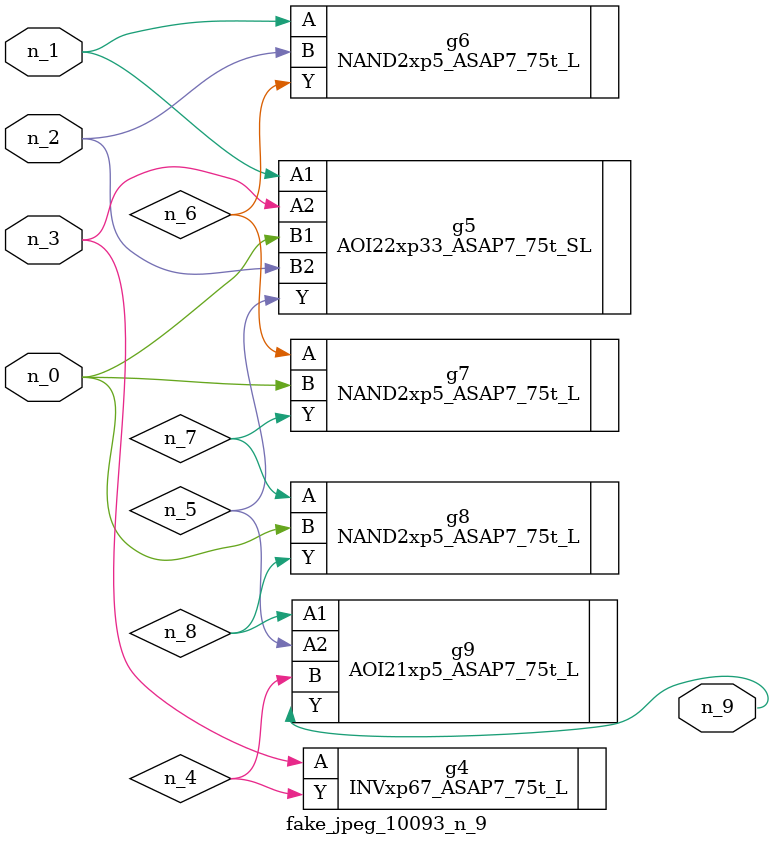
<source format=v>
module fake_jpeg_10093_n_9 (n_0, n_3, n_2, n_1, n_9);

input n_0;
input n_3;
input n_2;
input n_1;

output n_9;

wire n_4;
wire n_8;
wire n_6;
wire n_5;
wire n_7;

INVxp67_ASAP7_75t_L g4 ( 
.A(n_3),
.Y(n_4)
);

AOI22xp33_ASAP7_75t_SL g5 ( 
.A1(n_1),
.A2(n_3),
.B1(n_0),
.B2(n_2),
.Y(n_5)
);

NAND2xp5_ASAP7_75t_L g6 ( 
.A(n_1),
.B(n_2),
.Y(n_6)
);

NAND2xp5_ASAP7_75t_L g7 ( 
.A(n_6),
.B(n_0),
.Y(n_7)
);

NAND2xp5_ASAP7_75t_L g8 ( 
.A(n_7),
.B(n_0),
.Y(n_8)
);

AOI21xp5_ASAP7_75t_L g9 ( 
.A1(n_8),
.A2(n_5),
.B(n_4),
.Y(n_9)
);


endmodule
</source>
